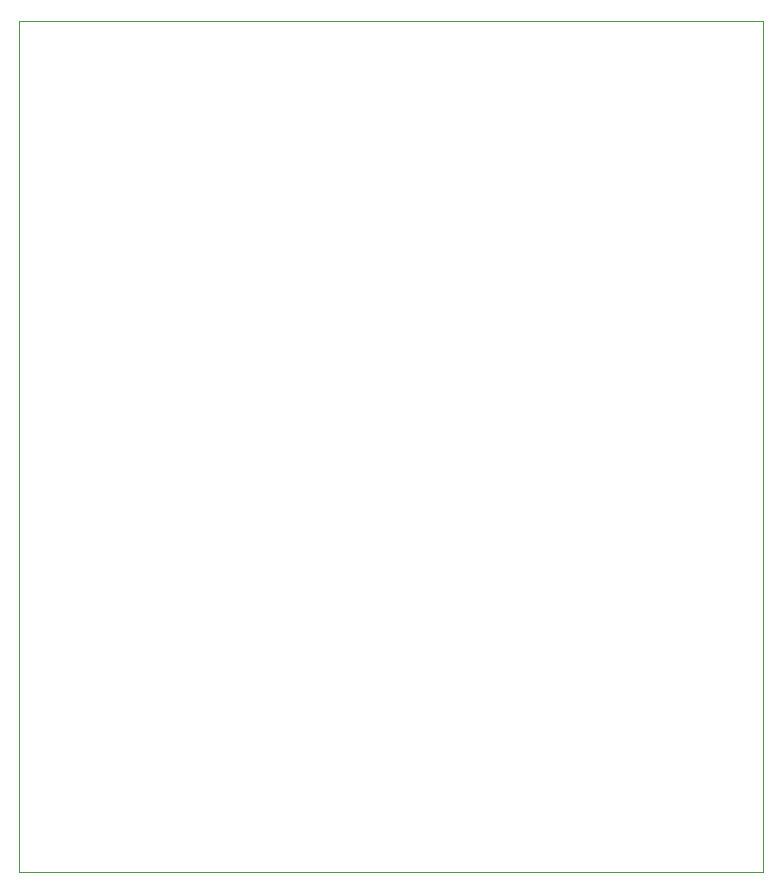
<source format=gko>
%FSLAX46Y46*%
%MOMM*%
%ADD10C,0.010000*%
G01*
%LPD*%
G01*
%LPD*%
D10*
X0Y0D02*
X0Y72000000D01*
D10*
X0Y72000000D02*
X63000000Y72000000D01*
D10*
X63000000Y72000000D02*
X63000000Y0D01*
D10*
X63000000Y0D02*
X0Y0D01*
G75*
M02*

</source>
